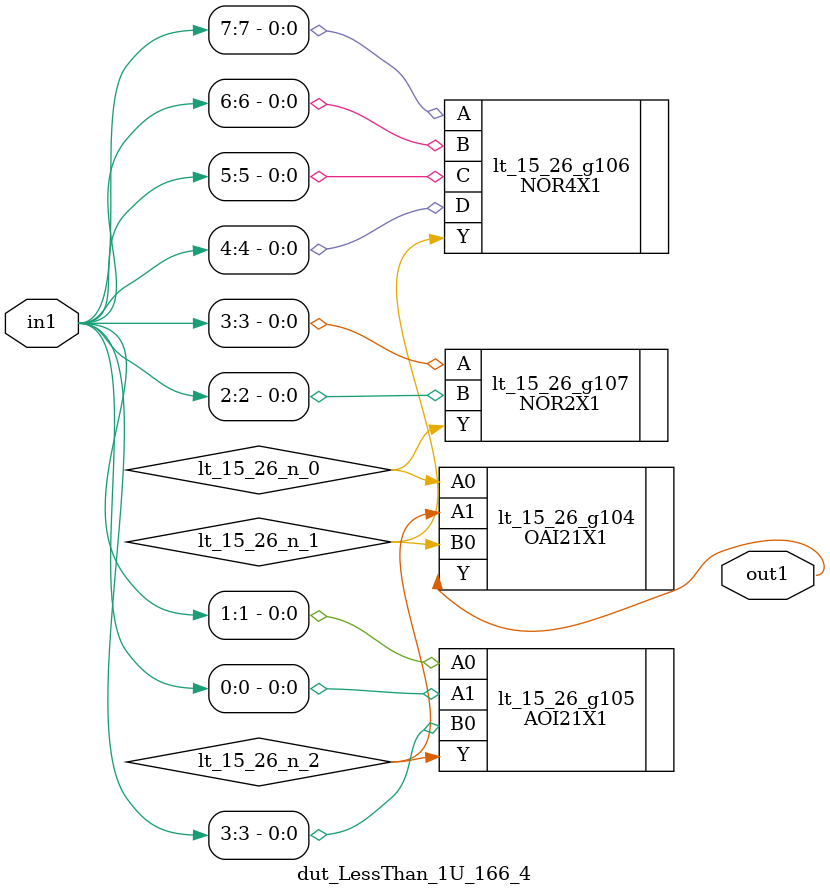
<source format=v>
`timescale 1ps / 1ps


module dut_LessThan_1U_166_4(in1, out1);
  input [7:0] in1;
  output out1;
  wire [7:0] in1;
  wire out1;
  wire lt_15_26_n_0, lt_15_26_n_1, lt_15_26_n_2;
  OAI21X1 lt_15_26_g104(.A0 (lt_15_26_n_0), .A1 (lt_15_26_n_2), .B0
       (lt_15_26_n_1), .Y (out1));
  AOI21X1 lt_15_26_g105(.A0 (in1[1]), .A1 (in1[0]), .B0 (in1[3]), .Y
       (lt_15_26_n_2));
  NOR4X1 lt_15_26_g106(.A (in1[7]), .B (in1[6]), .C (in1[5]), .D
       (in1[4]), .Y (lt_15_26_n_1));
  NOR2X1 lt_15_26_g107(.A (in1[3]), .B (in1[2]), .Y (lt_15_26_n_0));
endmodule



</source>
